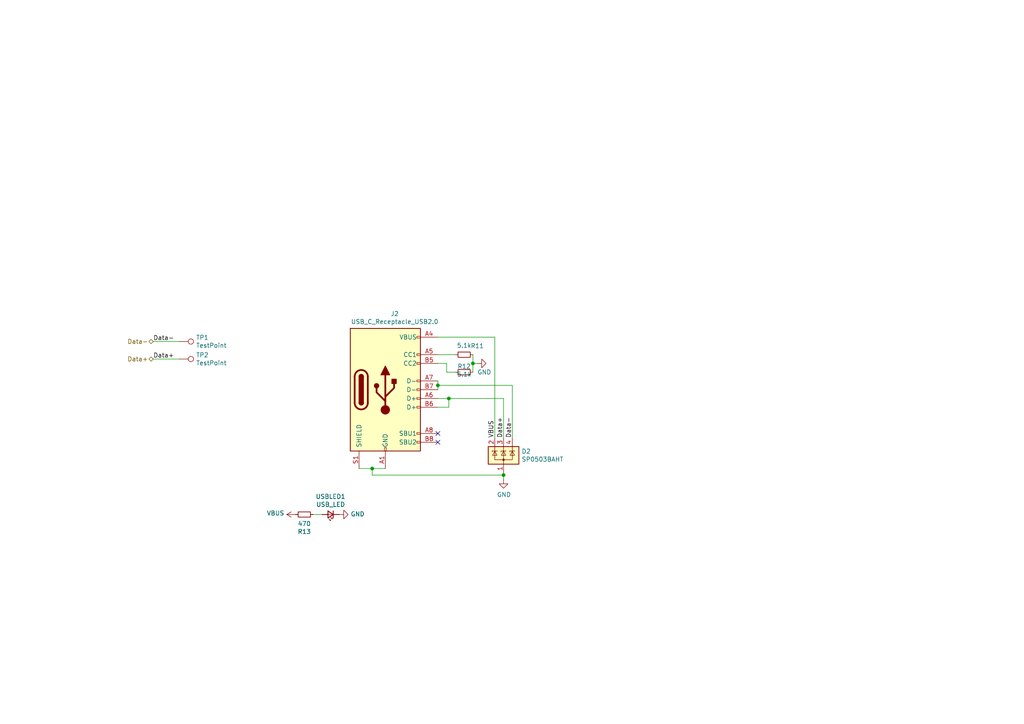
<source format=kicad_sch>
(kicad_sch (version 20230121) (generator eeschema)

  (uuid 922058ca-d09a-45fd-8394-05f3e2c1e03a)

  (paper "A4")

  (lib_symbols
    (symbol "Connector:TestPoint" (pin_numbers hide) (pin_names (offset 0.762) hide) (in_bom yes) (on_board yes)
      (property "Reference" "TP" (at 0 6.858 0)
        (effects (font (size 1.27 1.27)))
      )
      (property "Value" "TestPoint" (at 0 5.08 0)
        (effects (font (size 1.27 1.27)))
      )
      (property "Footprint" "" (at 5.08 0 0)
        (effects (font (size 1.27 1.27)) hide)
      )
      (property "Datasheet" "~" (at 5.08 0 0)
        (effects (font (size 1.27 1.27)) hide)
      )
      (property "ki_keywords" "test point tp" (at 0 0 0)
        (effects (font (size 1.27 1.27)) hide)
      )
      (property "ki_description" "test point" (at 0 0 0)
        (effects (font (size 1.27 1.27)) hide)
      )
      (property "ki_fp_filters" "Pin* Test*" (at 0 0 0)
        (effects (font (size 1.27 1.27)) hide)
      )
      (symbol "TestPoint_0_1"
        (circle (center 0 3.302) (radius 0.762)
          (stroke (width 0) (type default))
          (fill (type none))
        )
      )
      (symbol "TestPoint_1_1"
        (pin passive line (at 0 0 90) (length 2.54)
          (name "1" (effects (font (size 1.27 1.27))))
          (number "1" (effects (font (size 1.27 1.27))))
        )
      )
    )
    (symbol "Connector:USB_C_Receptacle_USB2.0" (pin_names (offset 1.016)) (in_bom yes) (on_board yes)
      (property "Reference" "J" (at -10.16 19.05 0)
        (effects (font (size 1.27 1.27)) (justify left))
      )
      (property "Value" "USB_C_Receptacle_USB2.0" (at 19.05 19.05 0)
        (effects (font (size 1.27 1.27)) (justify right))
      )
      (property "Footprint" "" (at 3.81 0 0)
        (effects (font (size 1.27 1.27)) hide)
      )
      (property "Datasheet" "https://www.usb.org/sites/default/files/documents/usb_type-c.zip" (at 3.81 0 0)
        (effects (font (size 1.27 1.27)) hide)
      )
      (property "ki_keywords" "usb universal serial bus type-C USB2.0" (at 0 0 0)
        (effects (font (size 1.27 1.27)) hide)
      )
      (property "ki_description" "USB 2.0-only Type-C Receptacle connector" (at 0 0 0)
        (effects (font (size 1.27 1.27)) hide)
      )
      (property "ki_fp_filters" "USB*C*Receptacle*" (at 0 0 0)
        (effects (font (size 1.27 1.27)) hide)
      )
      (symbol "USB_C_Receptacle_USB2.0_0_0"
        (rectangle (start -0.254 -17.78) (end 0.254 -16.764)
          (stroke (width 0) (type default))
          (fill (type none))
        )
        (rectangle (start 10.16 -14.986) (end 9.144 -15.494)
          (stroke (width 0) (type default))
          (fill (type none))
        )
        (rectangle (start 10.16 -12.446) (end 9.144 -12.954)
          (stroke (width 0) (type default))
          (fill (type none))
        )
        (rectangle (start 10.16 -4.826) (end 9.144 -5.334)
          (stroke (width 0) (type default))
          (fill (type none))
        )
        (rectangle (start 10.16 -2.286) (end 9.144 -2.794)
          (stroke (width 0) (type default))
          (fill (type none))
        )
        (rectangle (start 10.16 0.254) (end 9.144 -0.254)
          (stroke (width 0) (type default))
          (fill (type none))
        )
        (rectangle (start 10.16 2.794) (end 9.144 2.286)
          (stroke (width 0) (type default))
          (fill (type none))
        )
        (rectangle (start 10.16 7.874) (end 9.144 7.366)
          (stroke (width 0) (type default))
          (fill (type none))
        )
        (rectangle (start 10.16 10.414) (end 9.144 9.906)
          (stroke (width 0) (type default))
          (fill (type none))
        )
        (rectangle (start 10.16 15.494) (end 9.144 14.986)
          (stroke (width 0) (type default))
          (fill (type none))
        )
      )
      (symbol "USB_C_Receptacle_USB2.0_0_1"
        (rectangle (start -10.16 17.78) (end 10.16 -17.78)
          (stroke (width 0.254) (type default))
          (fill (type background))
        )
        (arc (start -8.89 -3.81) (mid -6.985 -5.7067) (end -5.08 -3.81)
          (stroke (width 0.508) (type default))
          (fill (type none))
        )
        (arc (start -7.62 -3.81) (mid -6.985 -4.4423) (end -6.35 -3.81)
          (stroke (width 0.254) (type default))
          (fill (type none))
        )
        (arc (start -7.62 -3.81) (mid -6.985 -4.4423) (end -6.35 -3.81)
          (stroke (width 0.254) (type default))
          (fill (type outline))
        )
        (rectangle (start -7.62 -3.81) (end -6.35 3.81)
          (stroke (width 0.254) (type default))
          (fill (type outline))
        )
        (arc (start -6.35 3.81) (mid -6.985 4.4423) (end -7.62 3.81)
          (stroke (width 0.254) (type default))
          (fill (type none))
        )
        (arc (start -6.35 3.81) (mid -6.985 4.4423) (end -7.62 3.81)
          (stroke (width 0.254) (type default))
          (fill (type outline))
        )
        (arc (start -5.08 3.81) (mid -6.985 5.7067) (end -8.89 3.81)
          (stroke (width 0.508) (type default))
          (fill (type none))
        )
        (circle (center -2.54 1.143) (radius 0.635)
          (stroke (width 0.254) (type default))
          (fill (type outline))
        )
        (circle (center 0 -5.842) (radius 1.27)
          (stroke (width 0) (type default))
          (fill (type outline))
        )
        (polyline
          (pts
            (xy -8.89 -3.81)
            (xy -8.89 3.81)
          )
          (stroke (width 0.508) (type default))
          (fill (type none))
        )
        (polyline
          (pts
            (xy -5.08 3.81)
            (xy -5.08 -3.81)
          )
          (stroke (width 0.508) (type default))
          (fill (type none))
        )
        (polyline
          (pts
            (xy 0 -5.842)
            (xy 0 4.318)
          )
          (stroke (width 0.508) (type default))
          (fill (type none))
        )
        (polyline
          (pts
            (xy 0 -3.302)
            (xy -2.54 -0.762)
            (xy -2.54 0.508)
          )
          (stroke (width 0.508) (type default))
          (fill (type none))
        )
        (polyline
          (pts
            (xy 0 -2.032)
            (xy 2.54 0.508)
            (xy 2.54 1.778)
          )
          (stroke (width 0.508) (type default))
          (fill (type none))
        )
        (polyline
          (pts
            (xy -1.27 4.318)
            (xy 0 6.858)
            (xy 1.27 4.318)
            (xy -1.27 4.318)
          )
          (stroke (width 0.254) (type default))
          (fill (type outline))
        )
        (rectangle (start 1.905 1.778) (end 3.175 3.048)
          (stroke (width 0.254) (type default))
          (fill (type outline))
        )
      )
      (symbol "USB_C_Receptacle_USB2.0_1_1"
        (pin passive line (at 0 -22.86 90) (length 5.08)
          (name "GND" (effects (font (size 1.27 1.27))))
          (number "A1" (effects (font (size 1.27 1.27))))
        )
        (pin passive line (at 0 -22.86 90) (length 5.08) hide
          (name "GND" (effects (font (size 1.27 1.27))))
          (number "A12" (effects (font (size 1.27 1.27))))
        )
        (pin passive line (at 15.24 15.24 180) (length 5.08)
          (name "VBUS" (effects (font (size 1.27 1.27))))
          (number "A4" (effects (font (size 1.27 1.27))))
        )
        (pin bidirectional line (at 15.24 10.16 180) (length 5.08)
          (name "CC1" (effects (font (size 1.27 1.27))))
          (number "A5" (effects (font (size 1.27 1.27))))
        )
        (pin bidirectional line (at 15.24 -2.54 180) (length 5.08)
          (name "D+" (effects (font (size 1.27 1.27))))
          (number "A6" (effects (font (size 1.27 1.27))))
        )
        (pin bidirectional line (at 15.24 2.54 180) (length 5.08)
          (name "D-" (effects (font (size 1.27 1.27))))
          (number "A7" (effects (font (size 1.27 1.27))))
        )
        (pin bidirectional line (at 15.24 -12.7 180) (length 5.08)
          (name "SBU1" (effects (font (size 1.27 1.27))))
          (number "A8" (effects (font (size 1.27 1.27))))
        )
        (pin passive line (at 15.24 15.24 180) (length 5.08) hide
          (name "VBUS" (effects (font (size 1.27 1.27))))
          (number "A9" (effects (font (size 1.27 1.27))))
        )
        (pin passive line (at 0 -22.86 90) (length 5.08) hide
          (name "GND" (effects (font (size 1.27 1.27))))
          (number "B1" (effects (font (size 1.27 1.27))))
        )
        (pin passive line (at 0 -22.86 90) (length 5.08) hide
          (name "GND" (effects (font (size 1.27 1.27))))
          (number "B12" (effects (font (size 1.27 1.27))))
        )
        (pin passive line (at 15.24 15.24 180) (length 5.08) hide
          (name "VBUS" (effects (font (size 1.27 1.27))))
          (number "B4" (effects (font (size 1.27 1.27))))
        )
        (pin bidirectional line (at 15.24 7.62 180) (length 5.08)
          (name "CC2" (effects (font (size 1.27 1.27))))
          (number "B5" (effects (font (size 1.27 1.27))))
        )
        (pin bidirectional line (at 15.24 -5.08 180) (length 5.08)
          (name "D+" (effects (font (size 1.27 1.27))))
          (number "B6" (effects (font (size 1.27 1.27))))
        )
        (pin bidirectional line (at 15.24 0 180) (length 5.08)
          (name "D-" (effects (font (size 1.27 1.27))))
          (number "B7" (effects (font (size 1.27 1.27))))
        )
        (pin bidirectional line (at 15.24 -15.24 180) (length 5.08)
          (name "SBU2" (effects (font (size 1.27 1.27))))
          (number "B8" (effects (font (size 1.27 1.27))))
        )
        (pin passive line (at 15.24 15.24 180) (length 5.08) hide
          (name "VBUS" (effects (font (size 1.27 1.27))))
          (number "B9" (effects (font (size 1.27 1.27))))
        )
        (pin passive line (at -7.62 -22.86 90) (length 5.08)
          (name "SHIELD" (effects (font (size 1.27 1.27))))
          (number "S1" (effects (font (size 1.27 1.27))))
        )
      )
    )
    (symbol "Device:LED_Small" (pin_numbers hide) (pin_names (offset 0.254) hide) (in_bom yes) (on_board yes)
      (property "Reference" "D" (at -1.27 3.175 0)
        (effects (font (size 1.27 1.27)) (justify left))
      )
      (property "Value" "LED_Small" (at -4.445 -2.54 0)
        (effects (font (size 1.27 1.27)) (justify left))
      )
      (property "Footprint" "" (at 0 0 90)
        (effects (font (size 1.27 1.27)) hide)
      )
      (property "Datasheet" "~" (at 0 0 90)
        (effects (font (size 1.27 1.27)) hide)
      )
      (property "ki_keywords" "LED diode light-emitting-diode" (at 0 0 0)
        (effects (font (size 1.27 1.27)) hide)
      )
      (property "ki_description" "Light emitting diode, small symbol" (at 0 0 0)
        (effects (font (size 1.27 1.27)) hide)
      )
      (property "ki_fp_filters" "LED* LED_SMD:* LED_THT:*" (at 0 0 0)
        (effects (font (size 1.27 1.27)) hide)
      )
      (symbol "LED_Small_0_1"
        (polyline
          (pts
            (xy -0.762 -1.016)
            (xy -0.762 1.016)
          )
          (stroke (width 0.254) (type default))
          (fill (type none))
        )
        (polyline
          (pts
            (xy 1.016 0)
            (xy -0.762 0)
          )
          (stroke (width 0) (type default))
          (fill (type none))
        )
        (polyline
          (pts
            (xy 0.762 -1.016)
            (xy -0.762 0)
            (xy 0.762 1.016)
            (xy 0.762 -1.016)
          )
          (stroke (width 0.254) (type default))
          (fill (type none))
        )
        (polyline
          (pts
            (xy 0 0.762)
            (xy -0.508 1.27)
            (xy -0.254 1.27)
            (xy -0.508 1.27)
            (xy -0.508 1.016)
          )
          (stroke (width 0) (type default))
          (fill (type none))
        )
        (polyline
          (pts
            (xy 0.508 1.27)
            (xy 0 1.778)
            (xy 0.254 1.778)
            (xy 0 1.778)
            (xy 0 1.524)
          )
          (stroke (width 0) (type default))
          (fill (type none))
        )
      )
      (symbol "LED_Small_1_1"
        (pin passive line (at -2.54 0 0) (length 1.778)
          (name "K" (effects (font (size 1.27 1.27))))
          (number "1" (effects (font (size 1.27 1.27))))
        )
        (pin passive line (at 2.54 0 180) (length 1.778)
          (name "A" (effects (font (size 1.27 1.27))))
          (number "2" (effects (font (size 1.27 1.27))))
        )
      )
    )
    (symbol "Device:R_Small" (pin_numbers hide) (pin_names (offset 0.254) hide) (in_bom yes) (on_board yes)
      (property "Reference" "R" (at 0.762 0.508 0)
        (effects (font (size 1.27 1.27)) (justify left))
      )
      (property "Value" "R_Small" (at 0.762 -1.016 0)
        (effects (font (size 1.27 1.27)) (justify left))
      )
      (property "Footprint" "" (at 0 0 0)
        (effects (font (size 1.27 1.27)) hide)
      )
      (property "Datasheet" "~" (at 0 0 0)
        (effects (font (size 1.27 1.27)) hide)
      )
      (property "ki_keywords" "R resistor" (at 0 0 0)
        (effects (font (size 1.27 1.27)) hide)
      )
      (property "ki_description" "Resistor, small symbol" (at 0 0 0)
        (effects (font (size 1.27 1.27)) hide)
      )
      (property "ki_fp_filters" "R_*" (at 0 0 0)
        (effects (font (size 1.27 1.27)) hide)
      )
      (symbol "R_Small_0_1"
        (rectangle (start -0.762 1.778) (end 0.762 -1.778)
          (stroke (width 0.2032) (type default))
          (fill (type none))
        )
      )
      (symbol "R_Small_1_1"
        (pin passive line (at 0 2.54 270) (length 0.762)
          (name "~" (effects (font (size 1.27 1.27))))
          (number "1" (effects (font (size 1.27 1.27))))
        )
        (pin passive line (at 0 -2.54 90) (length 0.762)
          (name "~" (effects (font (size 1.27 1.27))))
          (number "2" (effects (font (size 1.27 1.27))))
        )
      )
    )
    (symbol "Power_Protection:SP0503BAHT" (pin_names hide) (in_bom yes) (on_board yes)
      (property "Reference" "D" (at 5.715 2.54 0)
        (effects (font (size 1.27 1.27)) (justify left))
      )
      (property "Value" "SP0503BAHT" (at 5.715 0.635 0)
        (effects (font (size 1.27 1.27)) (justify left))
      )
      (property "Footprint" "Package_TO_SOT_SMD:SOT-143" (at 5.715 -1.27 0)
        (effects (font (size 1.27 1.27)) (justify left) hide)
      )
      (property "Datasheet" "http://www.littelfuse.com/~/media/files/littelfuse/technical%20resources/documents/data%20sheets/sp05xxba.pdf" (at 3.175 3.175 0)
        (effects (font (size 1.27 1.27)) hide)
      )
      (property "ki_keywords" "usb esd protection suppression transient" (at 0 0 0)
        (effects (font (size 1.27 1.27)) hide)
      )
      (property "ki_description" "TVS Diode Array, 5.5V Standoff, 3 Channels, SOT-143 package" (at 0 0 0)
        (effects (font (size 1.27 1.27)) hide)
      )
      (property "ki_fp_filters" "SOT?143*" (at 0 0 0)
        (effects (font (size 1.27 1.27)) hide)
      )
      (symbol "SP0503BAHT_0_0"
        (pin passive line (at 0 -5.08 90) (length 2.54)
          (name "A" (effects (font (size 1.27 1.27))))
          (number "1" (effects (font (size 1.27 1.27))))
        )
      )
      (symbol "SP0503BAHT_0_1"
        (rectangle (start -4.445 2.54) (end 4.445 -2.54)
          (stroke (width 0.254) (type default))
          (fill (type background))
        )
        (circle (center 0 -1.27) (radius 0.254)
          (stroke (width 0) (type default))
          (fill (type outline))
        )
        (polyline
          (pts
            (xy -2.54 2.54)
            (xy -2.54 1.27)
          )
          (stroke (width 0) (type default))
          (fill (type none))
        )
        (polyline
          (pts
            (xy 0 -1.27)
            (xy 0 -2.54)
          )
          (stroke (width 0) (type default))
          (fill (type none))
        )
        (polyline
          (pts
            (xy 0 -1.27)
            (xy 0 1.27)
          )
          (stroke (width 0) (type default))
          (fill (type none))
        )
        (polyline
          (pts
            (xy 0 2.54)
            (xy 0 1.27)
          )
          (stroke (width 0) (type default))
          (fill (type none))
        )
        (polyline
          (pts
            (xy 0.635 1.27)
            (xy 0.762 1.27)
          )
          (stroke (width 0) (type default))
          (fill (type none))
        )
        (polyline
          (pts
            (xy 2.54 2.54)
            (xy 2.54 1.27)
          )
          (stroke (width 0) (type default))
          (fill (type none))
        )
        (polyline
          (pts
            (xy 0.635 1.27)
            (xy -0.762 1.27)
            (xy -0.762 1.016)
          )
          (stroke (width 0) (type default))
          (fill (type none))
        )
        (polyline
          (pts
            (xy -3.302 1.016)
            (xy -3.302 1.27)
            (xy -1.905 1.27)
            (xy -1.778 1.27)
          )
          (stroke (width 0) (type default))
          (fill (type none))
        )
        (polyline
          (pts
            (xy -2.54 1.27)
            (xy -2.54 -1.27)
            (xy 2.54 -1.27)
            (xy 2.54 1.27)
          )
          (stroke (width 0) (type default))
          (fill (type none))
        )
        (polyline
          (pts
            (xy -2.54 1.27)
            (xy -1.905 0)
            (xy -3.175 0)
            (xy -2.54 1.27)
          )
          (stroke (width 0) (type default))
          (fill (type none))
        )
        (polyline
          (pts
            (xy 0.635 0)
            (xy -0.635 0)
            (xy 0 1.27)
            (xy 0.635 0)
          )
          (stroke (width 0) (type default))
          (fill (type none))
        )
        (polyline
          (pts
            (xy 1.778 1.016)
            (xy 1.778 1.27)
            (xy 3.175 1.27)
            (xy 3.302 1.27)
          )
          (stroke (width 0) (type default))
          (fill (type none))
        )
        (polyline
          (pts
            (xy 2.54 1.27)
            (xy 1.905 0)
            (xy 3.175 0)
            (xy 2.54 1.27)
          )
          (stroke (width 0) (type default))
          (fill (type none))
        )
      )
      (symbol "SP0503BAHT_1_1"
        (pin passive line (at -2.54 5.08 270) (length 2.54)
          (name "K" (effects (font (size 1.27 1.27))))
          (number "2" (effects (font (size 1.27 1.27))))
        )
        (pin passive line (at 0 5.08 270) (length 2.54)
          (name "K" (effects (font (size 1.27 1.27))))
          (number "3" (effects (font (size 1.27 1.27))))
        )
        (pin passive line (at 2.54 5.08 270) (length 2.54)
          (name "K" (effects (font (size 1.27 1.27))))
          (number "4" (effects (font (size 1.27 1.27))))
        )
      )
    )
    (symbol "power:GND" (power) (pin_names (offset 0)) (in_bom yes) (on_board yes)
      (property "Reference" "#PWR" (at 0 -6.35 0)
        (effects (font (size 1.27 1.27)) hide)
      )
      (property "Value" "GND" (at 0 -3.81 0)
        (effects (font (size 1.27 1.27)))
      )
      (property "Footprint" "" (at 0 0 0)
        (effects (font (size 1.27 1.27)) hide)
      )
      (property "Datasheet" "" (at 0 0 0)
        (effects (font (size 1.27 1.27)) hide)
      )
      (property "ki_keywords" "power-flag" (at 0 0 0)
        (effects (font (size 1.27 1.27)) hide)
      )
      (property "ki_description" "Power symbol creates a global label with name \"GND\" , ground" (at 0 0 0)
        (effects (font (size 1.27 1.27)) hide)
      )
      (symbol "GND_0_1"
        (polyline
          (pts
            (xy 0 0)
            (xy 0 -1.27)
            (xy 1.27 -1.27)
            (xy 0 -2.54)
            (xy -1.27 -1.27)
            (xy 0 -1.27)
          )
          (stroke (width 0) (type default))
          (fill (type none))
        )
      )
      (symbol "GND_1_1"
        (pin power_in line (at 0 0 270) (length 0) hide
          (name "GND" (effects (font (size 1.27 1.27))))
          (number "1" (effects (font (size 1.27 1.27))))
        )
      )
    )
    (symbol "power:VBUS" (power) (pin_names (offset 0)) (in_bom yes) (on_board yes)
      (property "Reference" "#PWR" (at 0 -3.81 0)
        (effects (font (size 1.27 1.27)) hide)
      )
      (property "Value" "VBUS" (at 0 3.81 0)
        (effects (font (size 1.27 1.27)))
      )
      (property "Footprint" "" (at 0 0 0)
        (effects (font (size 1.27 1.27)) hide)
      )
      (property "Datasheet" "" (at 0 0 0)
        (effects (font (size 1.27 1.27)) hide)
      )
      (property "ki_keywords" "power-flag" (at 0 0 0)
        (effects (font (size 1.27 1.27)) hide)
      )
      (property "ki_description" "Power symbol creates a global label with name \"VBUS\"" (at 0 0 0)
        (effects (font (size 1.27 1.27)) hide)
      )
      (symbol "VBUS_0_1"
        (polyline
          (pts
            (xy -0.762 1.27)
            (xy 0 2.54)
          )
          (stroke (width 0) (type default))
          (fill (type none))
        )
        (polyline
          (pts
            (xy 0 0)
            (xy 0 2.54)
          )
          (stroke (width 0) (type default))
          (fill (type none))
        )
        (polyline
          (pts
            (xy 0 2.54)
            (xy 0.762 1.27)
          )
          (stroke (width 0) (type default))
          (fill (type none))
        )
      )
      (symbol "VBUS_1_1"
        (pin power_in line (at 0 0 90) (length 0) hide
          (name "VBUS" (effects (font (size 1.27 1.27))))
          (number "1" (effects (font (size 1.27 1.27))))
        )
      )
    )
  )

  (junction (at 137.16 105.41) (diameter 0) (color 0 0 0 0)
    (uuid 0f54db53-a272-4955-88fb-d7ab00657bb0)
  )
  (junction (at 130.175 115.57) (diameter 0) (color 0 0 0 0)
    (uuid 4282bba6-5adf-4ab5-a4e2-ec1f3b167f84)
  )
  (junction (at 127 111.76) (diameter 0) (color 0 0 0 0)
    (uuid 612f0b55-4dd7-458b-ba3d-2207a2ec006a)
  )
  (junction (at 107.95 135.89) (diameter 0) (color 0 0 0 0)
    (uuid 93c04244-401b-4457-953e-71fe0f8b59f1)
  )
  (junction (at 146.05 137.795) (diameter 0) (color 0 0 0 0)
    (uuid ad3fcd0e-a99a-46bc-9c77-6e5cd0bd4ace)
  )

  (no_connect (at 127 128.27) (uuid 45008225-f50f-4d6b-b508-6730a9408caf))
  (no_connect (at 127 125.73) (uuid a544eb0a-75db-4baf-bf54-9ca21744343b))

  (wire (pts (xy 127 105.41) (xy 129.54 105.41))
    (stroke (width 0) (type default))
    (uuid 003c2200-0632-4808-a662-8ddd5d30c768)
  )
  (wire (pts (xy 44.45 104.14) (xy 52.07 104.14))
    (stroke (width 0) (type default))
    (uuid 0e8f7fc0-2ef2-4b90-9c15-8a3a601ee459)
  )
  (wire (pts (xy 127 97.79) (xy 143.51 97.79))
    (stroke (width 0) (type default))
    (uuid 1fa630a4-aded-4f55-afcc-2d71b2661580)
  )
  (wire (pts (xy 129.54 105.41) (xy 129.54 107.95))
    (stroke (width 0) (type default))
    (uuid 240e07e1-770b-4b27-894f-29fd601c924d)
  )
  (wire (pts (xy 93.345 149.225) (xy 90.805 149.225))
    (stroke (width 0) (type default))
    (uuid 2e842263-c0ba-46fd-a760-6624d4c78278)
  )
  (wire (pts (xy 127 111.76) (xy 127 110.49))
    (stroke (width 0) (type default))
    (uuid 40165eda-4ba6-4565-9bb4-b9df6dbb08da)
  )
  (wire (pts (xy 127 111.76) (xy 127 113.03))
    (stroke (width 0) (type default))
    (uuid 4ac62acb-d956-4992-b1bc-3a1db3934c00)
  )
  (wire (pts (xy 146.05 137.795) (xy 146.05 137.16))
    (stroke (width 0) (type default))
    (uuid 4df86f07-08e1-4db9-9519-698bf612b60f)
  )
  (wire (pts (xy 107.95 137.795) (xy 146.05 137.795))
    (stroke (width 0) (type default))
    (uuid 53a47638-5aeb-4ad7-b315-32c0e3449a19)
  )
  (wire (pts (xy 148.59 111.76) (xy 148.59 127))
    (stroke (width 0) (type default))
    (uuid 688726cb-52de-4787-a7c5-58e6e5328990)
  )
  (wire (pts (xy 107.95 135.89) (xy 107.95 137.795))
    (stroke (width 0) (type default))
    (uuid 6e0d5a5f-a6c1-4672-96b4-3c16498d1de3)
  )
  (wire (pts (xy 137.16 102.87) (xy 137.16 105.41))
    (stroke (width 0) (type default))
    (uuid 80094b70-85ab-4ff6-934b-60d5ee65023a)
  )
  (wire (pts (xy 127 111.76) (xy 148.59 111.76))
    (stroke (width 0) (type default))
    (uuid 8b1f4ebf-5fa7-4250-a63f-0ea2048c6e24)
  )
  (wire (pts (xy 146.05 139.065) (xy 146.05 137.795))
    (stroke (width 0) (type default))
    (uuid a271a9eb-fadc-4db1-b456-577c80706a61)
  )
  (wire (pts (xy 146.05 115.57) (xy 146.05 127))
    (stroke (width 0) (type default))
    (uuid b3b2ae4c-90c8-4427-9614-dd773a0954ef)
  )
  (wire (pts (xy 107.95 135.89) (xy 111.76 135.89))
    (stroke (width 0) (type default))
    (uuid b4c1c6b1-0b83-4c94-9270-c5cd7b65fb6d)
  )
  (wire (pts (xy 127 102.87) (xy 132.08 102.87))
    (stroke (width 0) (type default))
    (uuid b88717bd-086f-46cd-9d3f-0396009d0996)
  )
  (wire (pts (xy 137.16 107.95) (xy 137.16 105.41))
    (stroke (width 0) (type default))
    (uuid bfc0aadc-38cf-466e-a642-68fdc3138c78)
  )
  (wire (pts (xy 104.14 135.89) (xy 107.95 135.89))
    (stroke (width 0) (type default))
    (uuid c0eca5ed-bc5e-4618-9bcd-80945bea41ed)
  )
  (wire (pts (xy 130.175 115.57) (xy 146.05 115.57))
    (stroke (width 0) (type default))
    (uuid c6d9a052-be36-458f-bd2c-d5bb7b1d1f43)
  )
  (wire (pts (xy 130.175 118.11) (xy 130.175 115.57))
    (stroke (width 0) (type default))
    (uuid d20b54b9-0f45-4942-b6d9-062f65c7031d)
  )
  (wire (pts (xy 127 118.11) (xy 130.175 118.11))
    (stroke (width 0) (type default))
    (uuid d2119a33-9a9a-4b6c-b2a6-29cf0a7f22e3)
  )
  (wire (pts (xy 137.16 105.41) (xy 138.43 105.41))
    (stroke (width 0) (type default))
    (uuid d4a1d3c4-b315-4bec-9220-d12a9eab51e0)
  )
  (wire (pts (xy 127 115.57) (xy 130.175 115.57))
    (stroke (width 0) (type default))
    (uuid f2394c3c-27e5-4256-a8c1-9783979429f7)
  )
  (wire (pts (xy 129.54 107.95) (xy 132.08 107.95))
    (stroke (width 0) (type default))
    (uuid f2c93195-af12-4d3e-acdf-bdd0ff675c24)
  )
  (wire (pts (xy 143.51 97.79) (xy 143.51 127))
    (stroke (width 0) (type default))
    (uuid fc2ea696-cb44-46e5-83c6-067a59836320)
  )
  (wire (pts (xy 44.45 99.06) (xy 52.07 99.06))
    (stroke (width 0) (type default))
    (uuid feb26ecb-9193-46ea-a41b-d09305bf0a3e)
  )

  (label "Data-" (at 148.59 127 90) (fields_autoplaced)
    (effects (font (size 1.27 1.27)) (justify left bottom))
    (uuid 12422a89-3d0c-485c-9386-f77121fd68fd)
  )
  (label "VBUS" (at 143.51 127 90) (fields_autoplaced)
    (effects (font (size 1.27 1.27)) (justify left bottom))
    (uuid 1a6d2848-e78e-49fe-8978-e1890f07836f)
  )
  (label "Data+" (at 44.45 104.14 0) (fields_autoplaced)
    (effects (font (size 1.27 1.27)) (justify left bottom))
    (uuid 382ca670-6ae8-4de6-90f9-f241d1337171)
  )
  (label "Data-" (at 44.45 99.06 0) (fields_autoplaced)
    (effects (font (size 1.27 1.27)) (justify left bottom))
    (uuid 5cf2db29-f7ab-499a-9907-cdeba64bf0f3)
  )
  (label "Data+" (at 146.05 127 90) (fields_autoplaced)
    (effects (font (size 1.27 1.27)) (justify left bottom))
    (uuid 7d34f6b1-ab31-49be-b011-c67fe67a8a56)
  )

  (hierarchical_label "Data-" (shape bidirectional) (at 44.45 99.06 180) (fields_autoplaced)
    (effects (font (size 1.27 1.27)) (justify right))
    (uuid 5e57427e-6497-4e72-9cee-528ed39f40d0)
  )
  (hierarchical_label "Data+" (shape bidirectional) (at 44.45 104.14 180) (fields_autoplaced)
    (effects (font (size 1.27 1.27)) (justify right))
    (uuid be93e0c8-bb26-4a74-81a2-7764bd37cad9)
  )

  (symbol (lib_id "power:GND") (at 138.43 105.41 90) (unit 1)
    (in_bom yes) (on_board yes) (dnp no)
    (uuid 00000000-0000-0000-0000-000061988bf8)
    (property "Reference" "#PWR031" (at 144.78 105.41 0)
      (effects (font (size 1.27 1.27)) hide)
    )
    (property "Value" "GND" (at 138.43 107.95 90)
      (effects (font (size 1.27 1.27)) (justify right))
    )
    (property "Footprint" "" (at 138.43 105.41 0)
      (effects (font (size 1.27 1.27)) hide)
    )
    (property "Datasheet" "" (at 138.43 105.41 0)
      (effects (font (size 1.27 1.27)) hide)
    )
    (pin "1" (uuid 6802d67a-ee6e-45f4-b9c7-e19435a0f2f8))
    (instances
      (project "Ricardo-BlackBoxNEWFinal"
        (path "/7db990e4-92e1-4f99-b4d2-435bbec1ba83/00000000-0000-0000-0000-000061925999"
          (reference "#PWR031") (unit 1)
        )
      )
    )
  )

  (symbol (lib_id "Device:R_Small") (at 134.62 107.95 270) (unit 1)
    (in_bom yes) (on_board yes) (dnp no)
    (uuid 00000000-0000-0000-0000-000061988c01)
    (property "Reference" "R12" (at 134.62 106.2736 90)
      (effects (font (size 1.27 1.27)))
    )
    (property "Value" "5.1k" (at 134.62 108.585 90)
      (effects (font (size 1.27 1.27)))
    )
    (property "Footprint" "Resistor_SMD:R_0402_1005Metric" (at 134.62 107.95 0)
      (effects (font (size 1.27 1.27)) hide)
    )
    (property "Datasheet" "~" (at 134.62 107.95 0)
      (effects (font (size 1.27 1.27)) hide)
    )
    (pin "1" (uuid 29dbf594-dc6a-44ca-a470-9ad94ecc8e9b))
    (pin "2" (uuid 4cc2defe-06c5-4fd4-a590-473e8f4b98fd))
    (instances
      (project "Ricardo-BlackBoxNEWFinal"
        (path "/7db990e4-92e1-4f99-b4d2-435bbec1ba83/00000000-0000-0000-0000-000061925999"
          (reference "R12") (unit 1)
        )
      )
    )
  )

  (symbol (lib_id "Device:R_Small") (at 134.62 102.87 90) (unit 1)
    (in_bom yes) (on_board yes) (dnp no)
    (uuid 00000000-0000-0000-0000-000061988c0e)
    (property "Reference" "R11" (at 138.43 100.33 90)
      (effects (font (size 1.27 1.27)))
    )
    (property "Value" "5.1k" (at 134.62 100.203 90)
      (effects (font (size 1.27 1.27)))
    )
    (property "Footprint" "Resistor_SMD:R_0402_1005Metric" (at 134.62 102.87 0)
      (effects (font (size 1.27 1.27)) hide)
    )
    (property "Datasheet" "~" (at 134.62 102.87 0)
      (effects (font (size 1.27 1.27)) hide)
    )
    (pin "1" (uuid cf830d81-b63c-4b47-92be-7f70dd0a3559))
    (pin "2" (uuid edfe6047-9774-4902-bc81-79bf3215b7db))
    (instances
      (project "Ricardo-BlackBoxNEWFinal"
        (path "/7db990e4-92e1-4f99-b4d2-435bbec1ba83/00000000-0000-0000-0000-000061925999"
          (reference "R11") (unit 1)
        )
      )
    )
  )

  (symbol (lib_id "Connector:USB_C_Receptacle_USB2.0") (at 111.76 113.03 0) (unit 1)
    (in_bom yes) (on_board yes) (dnp no)
    (uuid 00000000-0000-0000-0000-000061988c49)
    (property "Reference" "J2" (at 114.4778 91.0082 0)
      (effects (font (size 1.27 1.27)))
    )
    (property "Value" "USB_C_Receptacle_USB2.0" (at 114.4778 93.3196 0)
      (effects (font (size 1.27 1.27)))
    )
    (property "Footprint" "Connector_USB:USB_C_Receptacle_Palconn_UTC16-G" (at 115.57 113.03 0)
      (effects (font (size 1.27 1.27)) hide)
    )
    (property "Datasheet" "https://www.usb.org/sites/default/files/documents/usb_type-c.zip" (at 115.57 113.03 0)
      (effects (font (size 1.27 1.27)) hide)
    )
    (pin "A1" (uuid 5da18ec0-5cb2-4256-a93a-97116d94ad32))
    (pin "A12" (uuid df436811-5448-4d74-95f6-1097f73f4bc0))
    (pin "A4" (uuid fef18650-dd11-4c05-9f58-3ffa4be45c86))
    (pin "A5" (uuid 8a70f7a2-410c-49ef-b503-8b1e1540fd24))
    (pin "A6" (uuid 6b38a2cb-3ee6-43f1-b68d-89417f55e93d))
    (pin "A7" (uuid 179297eb-b0e7-45fd-a287-ed66c1d54369))
    (pin "A8" (uuid 86d2ee54-3450-4762-9b5e-6f00874208ab))
    (pin "A9" (uuid 3ee40b9e-0c79-4da3-aac2-6772b878c7a1))
    (pin "B1" (uuid b17b9371-c308-4294-bc83-2336571086d8))
    (pin "B12" (uuid 05dfa5dc-1e0b-48cf-837a-6693f652862f))
    (pin "B4" (uuid 8ab80e85-892c-44f2-9372-db31da5605c7))
    (pin "B5" (uuid 4212f135-7601-4f04-8373-864367f18283))
    (pin "B6" (uuid 719eeed5-1e5a-4fe3-9e3b-cc0ac3ff134d))
    (pin "B7" (uuid e412952a-b3b1-4627-a2a7-eda652f1cf2f))
    (pin "B8" (uuid 101f6627-744c-4d06-a231-befd35fdcec4))
    (pin "B9" (uuid eb352eb8-26ef-4370-9852-1313b28e524f))
    (pin "S1" (uuid 7b836b8f-e2f7-4a02-aaea-5f5f23bb6c5e))
    (instances
      (project "Ricardo-BlackBoxNEWFinal"
        (path "/7db990e4-92e1-4f99-b4d2-435bbec1ba83/00000000-0000-0000-0000-000061925999"
          (reference "J2") (unit 1)
        )
      )
    )
  )

  (symbol (lib_id "power:GND") (at 146.05 139.065 0) (unit 1)
    (in_bom yes) (on_board yes) (dnp no)
    (uuid 00000000-0000-0000-0000-000061988c86)
    (property "Reference" "#PWR032" (at 146.05 145.415 0)
      (effects (font (size 1.27 1.27)) hide)
    )
    (property "Value" "GND" (at 146.177 143.4592 0)
      (effects (font (size 1.27 1.27)))
    )
    (property "Footprint" "" (at 146.05 139.065 0)
      (effects (font (size 1.27 1.27)) hide)
    )
    (property "Datasheet" "" (at 146.05 139.065 0)
      (effects (font (size 1.27 1.27)) hide)
    )
    (pin "1" (uuid 5adfa564-011e-4a12-8859-deffc2a0e089))
    (instances
      (project "Ricardo-BlackBoxNEWFinal"
        (path "/7db990e4-92e1-4f99-b4d2-435bbec1ba83/00000000-0000-0000-0000-000061925999"
          (reference "#PWR032") (unit 1)
        )
      )
    )
  )

  (symbol (lib_id "Power_Protection:SP0503BAHT") (at 146.05 132.08 0) (unit 1)
    (in_bom yes) (on_board yes) (dnp no)
    (uuid 00000000-0000-0000-0000-000061988c8c)
    (property "Reference" "D2" (at 151.257 130.9116 0)
      (effects (font (size 1.27 1.27)) (justify left))
    )
    (property "Value" "SP0503BAHT" (at 151.257 133.223 0)
      (effects (font (size 1.27 1.27)) (justify left))
    )
    (property "Footprint" "Package_TO_SOT_SMD:SOT-143" (at 151.765 133.35 0)
      (effects (font (size 1.27 1.27)) (justify left) hide)
    )
    (property "Datasheet" "http://www.littelfuse.com/~/media/files/littelfuse/technical%20resources/documents/data%20sheets/sp05xxba.pdf" (at 149.225 128.905 0)
      (effects (font (size 1.27 1.27)) hide)
    )
    (pin "1" (uuid b16ad922-69c7-4388-ba9b-9ae496370662))
    (pin "2" (uuid ea715aef-f1f5-4c34-b781-7c4bc7bf5f7a))
    (pin "3" (uuid 7af148fc-3a03-4951-af30-8468348243a1))
    (pin "4" (uuid e99c92ed-a3d1-4b5e-9be9-ad8c1c3e2068))
    (instances
      (project "Ricardo-BlackBoxNEWFinal"
        (path "/7db990e4-92e1-4f99-b4d2-435bbec1ba83/00000000-0000-0000-0000-000061925999"
          (reference "D2") (unit 1)
        )
      )
    )
  )

  (symbol (lib_id "Connector:TestPoint") (at 52.07 99.06 270) (unit 1)
    (in_bom yes) (on_board yes) (dnp no)
    (uuid 00000000-0000-0000-0000-000061ab7cb8)
    (property "Reference" "TP1" (at 56.8452 97.8916 90)
      (effects (font (size 1.27 1.27)) (justify left))
    )
    (property "Value" "TestPoint" (at 56.8452 100.203 90)
      (effects (font (size 1.27 1.27)) (justify left))
    )
    (property "Footprint" "TestPoint:TestPoint_Pad_D1.0mm" (at 52.07 104.14 0)
      (effects (font (size 1.27 1.27)) hide)
    )
    (property "Datasheet" "~" (at 52.07 104.14 0)
      (effects (font (size 1.27 1.27)) hide)
    )
    (pin "1" (uuid 7d1b7618-f8de-4b3d-aa8b-046586bd73a9))
    (instances
      (project "Ricardo-BlackBoxNEWFinal"
        (path "/7db990e4-92e1-4f99-b4d2-435bbec1ba83/00000000-0000-0000-0000-000061925999"
          (reference "TP1") (unit 1)
        )
      )
    )
  )

  (symbol (lib_id "Connector:TestPoint") (at 52.07 104.14 270) (unit 1)
    (in_bom yes) (on_board yes) (dnp no)
    (uuid 00000000-0000-0000-0000-000061ab87f3)
    (property "Reference" "TP2" (at 56.8452 102.9716 90)
      (effects (font (size 1.27 1.27)) (justify left))
    )
    (property "Value" "TestPoint" (at 56.8452 105.283 90)
      (effects (font (size 1.27 1.27)) (justify left))
    )
    (property "Footprint" "TestPoint:TestPoint_Pad_D1.0mm" (at 52.07 109.22 0)
      (effects (font (size 1.27 1.27)) hide)
    )
    (property "Datasheet" "~" (at 52.07 109.22 0)
      (effects (font (size 1.27 1.27)) hide)
    )
    (pin "1" (uuid 0822c170-c52f-4a24-9f2e-dc0082caf2a3))
    (instances
      (project "Ricardo-BlackBoxNEWFinal"
        (path "/7db990e4-92e1-4f99-b4d2-435bbec1ba83/00000000-0000-0000-0000-000061925999"
          (reference "TP2") (unit 1)
        )
      )
    )
  )

  (symbol (lib_id "Device:LED_Small") (at 95.885 149.225 180) (unit 1)
    (in_bom yes) (on_board yes) (dnp no)
    (uuid 00000000-0000-0000-0000-000061b104ea)
    (property "Reference" "USBLED1" (at 95.885 144.018 0)
      (effects (font (size 1.27 1.27)))
    )
    (property "Value" "USB_LED" (at 95.885 146.3294 0)
      (effects (font (size 1.27 1.27)))
    )
    (property "Footprint" "Resistor_SMD:R_0402_1005Metric" (at 95.885 149.225 90)
      (effects (font (size 1.27 1.27)) hide)
    )
    (property "Datasheet" "~" (at 95.885 149.225 90)
      (effects (font (size 1.27 1.27)) hide)
    )
    (pin "1" (uuid 20ca0658-c4e7-42ce-914a-2110088b99b1))
    (pin "2" (uuid cfddbd95-bad4-4676-b489-0166e48bd76e))
    (instances
      (project "Ricardo-BlackBoxNEWFinal"
        (path "/7db990e4-92e1-4f99-b4d2-435bbec1ba83/00000000-0000-0000-0000-000061925999"
          (reference "USBLED1") (unit 1)
        )
      )
    )
  )

  (symbol (lib_id "Device:R_Small") (at 88.265 149.225 90) (unit 1)
    (in_bom yes) (on_board yes) (dnp no)
    (uuid 00000000-0000-0000-0000-000061b104f0)
    (property "Reference" "R13" (at 88.265 154.2034 90)
      (effects (font (size 1.27 1.27)))
    )
    (property "Value" "470" (at 88.265 151.892 90)
      (effects (font (size 1.27 1.27)))
    )
    (property "Footprint" "Resistor_SMD:R_0402_1005Metric" (at 88.265 149.225 0)
      (effects (font (size 1.27 1.27)) hide)
    )
    (property "Datasheet" "~" (at 88.265 149.225 0)
      (effects (font (size 1.27 1.27)) hide)
    )
    (pin "1" (uuid 169e505d-4353-45cb-ac09-71767071f6da))
    (pin "2" (uuid 658fe9ab-a4e5-4dbe-b15c-2b71b08637ef))
    (instances
      (project "Ricardo-BlackBoxNEWFinal"
        (path "/7db990e4-92e1-4f99-b4d2-435bbec1ba83/00000000-0000-0000-0000-000061925999"
          (reference "R13") (unit 1)
        )
      )
    )
  )

  (symbol (lib_id "power:GND") (at 98.425 149.225 90) (unit 1)
    (in_bom yes) (on_board yes) (dnp no)
    (uuid 00000000-0000-0000-0000-000061b11f2f)
    (property "Reference" "#PWR034" (at 104.775 149.225 0)
      (effects (font (size 1.27 1.27)) hide)
    )
    (property "Value" "GND" (at 101.6762 149.098 90)
      (effects (font (size 1.27 1.27)) (justify right))
    )
    (property "Footprint" "" (at 98.425 149.225 0)
      (effects (font (size 1.27 1.27)) hide)
    )
    (property "Datasheet" "" (at 98.425 149.225 0)
      (effects (font (size 1.27 1.27)) hide)
    )
    (pin "1" (uuid 7d7486ae-aeaa-4bbe-ab12-2142f8812c98))
    (instances
      (project "Ricardo-BlackBoxNEWFinal"
        (path "/7db990e4-92e1-4f99-b4d2-435bbec1ba83/00000000-0000-0000-0000-000061925999"
          (reference "#PWR034") (unit 1)
        )
      )
    )
  )

  (symbol (lib_id "power:VBUS") (at 85.725 149.225 90) (unit 1)
    (in_bom yes) (on_board yes) (dnp no)
    (uuid 00000000-0000-0000-0000-000061b168a6)
    (property "Reference" "#PWR033" (at 89.535 149.225 0)
      (effects (font (size 1.27 1.27)) hide)
    )
    (property "Value" "VBUS" (at 82.4738 148.844 90)
      (effects (font (size 1.27 1.27)) (justify left))
    )
    (property "Footprint" "" (at 85.725 149.225 0)
      (effects (font (size 1.27 1.27)) hide)
    )
    (property "Datasheet" "" (at 85.725 149.225 0)
      (effects (font (size 1.27 1.27)) hide)
    )
    (pin "1" (uuid af236b67-2378-48e2-b559-027c97a398ae))
    (instances
      (project "Ricardo-BlackBoxNEWFinal"
        (path "/7db990e4-92e1-4f99-b4d2-435bbec1ba83/00000000-0000-0000-0000-000061925999"
          (reference "#PWR033") (unit 1)
        )
      )
    )
  )
)

</source>
